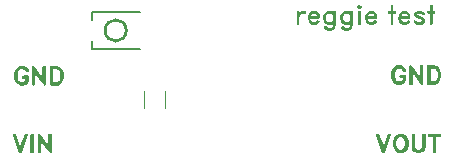
<source format=gbr>
%TF.GenerationSoftware,KiCad,Pcbnew,9.0.0-rc3*%
%TF.CreationDate,2025-03-08T22:35:06-05:00*%
%TF.ProjectId,reggie_jig,72656767-6965-45f6-9a69-672e6b696361,rev?*%
%TF.SameCoordinates,Original*%
%TF.FileFunction,Legend,Top*%
%TF.FilePolarity,Positive*%
%FSLAX46Y46*%
G04 Gerber Fmt 4.6, Leading zero omitted, Abs format (unit mm)*
G04 Created by KiCad (PCBNEW 9.0.0-rc3) date 2025-03-08 22:35:06*
%MOMM*%
%LPD*%
G01*
G04 APERTURE LIST*
%ADD10C,0.250000*%
%ADD11C,0.300000*%
%ADD12C,0.150000*%
%ADD13C,0.120000*%
G04 APERTURE END LIST*
D10*
G36*
X134615422Y-107140146D02*
G01*
X134632152Y-107114989D01*
X134660118Y-107095450D01*
X134760868Y-107089832D01*
X134791643Y-107095450D01*
X134816922Y-107115111D01*
X134833653Y-107140268D01*
X134839270Y-107269351D01*
X134942829Y-107169577D01*
X135088276Y-107095450D01*
X135124668Y-107089832D01*
X135370865Y-107095450D01*
X135396144Y-107115111D01*
X135412875Y-107140390D01*
X135418492Y-107168356D01*
X135412875Y-107272159D01*
X135396144Y-107297438D01*
X135370865Y-107314291D01*
X135141521Y-107319909D01*
X135023918Y-107378527D01*
X134898011Y-107506755D01*
X134839270Y-107621182D01*
X134839270Y-108181842D01*
X134833653Y-108212616D01*
X134816922Y-108237651D01*
X134791643Y-108254382D01*
X134760868Y-108260000D01*
X134660118Y-108254382D01*
X134632152Y-108237651D01*
X134615422Y-108212494D01*
X134609804Y-108181842D01*
X134609804Y-107168112D01*
X134615422Y-107140146D01*
G37*
G36*
X136243178Y-107096060D02*
G01*
X136388625Y-107168600D01*
X136497801Y-107277411D01*
X136567777Y-107419804D01*
X136576081Y-107456074D01*
X136576081Y-107673817D01*
X136570586Y-107701782D01*
X136553733Y-107726817D01*
X136528576Y-107746357D01*
X136497801Y-107751974D01*
X135787055Y-107751974D01*
X135842986Y-107922456D01*
X135893422Y-107973625D01*
X136010903Y-108033342D01*
X136190055Y-108033342D01*
X136296301Y-107980219D01*
X136355041Y-107859930D01*
X136399860Y-107820729D01*
X136458600Y-107823538D01*
X136553733Y-107910244D01*
X136570586Y-107938210D01*
X136576081Y-107966175D01*
X136570586Y-107996950D01*
X136553733Y-108022229D01*
X136408286Y-108166332D01*
X136243178Y-108252184D01*
X136209595Y-108260000D01*
X135991364Y-108260000D01*
X135957780Y-108251573D01*
X135812212Y-108178789D01*
X135647226Y-108019298D01*
X135627564Y-107988401D01*
X135554902Y-107770048D01*
X135554902Y-107576974D01*
X135572092Y-107525317D01*
X135809525Y-107525317D01*
X136349546Y-107525317D01*
X136349546Y-107476835D01*
X136296301Y-107368513D01*
X136190055Y-107314291D01*
X136010903Y-107314291D01*
X135893422Y-107374131D01*
X135842986Y-107425544D01*
X135809525Y-107525317D01*
X135572092Y-107525317D01*
X135627564Y-107358621D01*
X135647226Y-107327847D01*
X135789863Y-107182278D01*
X135957780Y-107095450D01*
X135991364Y-107087634D01*
X136209595Y-107087634D01*
X136243178Y-107096060D01*
G37*
G36*
X137543649Y-107095938D02*
G01*
X137689096Y-107167745D01*
X137722679Y-107192658D01*
X137728297Y-107138681D01*
X137745027Y-107114378D01*
X137770184Y-107095450D01*
X137870935Y-107089832D01*
X137901709Y-107095450D01*
X137926988Y-107114989D01*
X137943719Y-107140024D01*
X137949337Y-107167868D01*
X137949337Y-108252184D01*
X137873866Y-108494961D01*
X137854204Y-108525980D01*
X137711566Y-108672770D01*
X137543649Y-108760209D01*
X137510066Y-108768025D01*
X137291835Y-108768025D01*
X137258251Y-108759720D01*
X137093143Y-108673991D01*
X136947697Y-108530254D01*
X136930844Y-108504975D01*
X136925226Y-108477009D01*
X136930844Y-108446235D01*
X136947697Y-108421078D01*
X136972854Y-108404347D01*
X137146266Y-108398729D01*
X137177041Y-108404347D01*
X137202320Y-108421078D01*
X137266556Y-108485436D01*
X137384159Y-108541367D01*
X137490404Y-108541367D01*
X137608007Y-108483848D01*
X137658321Y-108429260D01*
X137722679Y-108236552D01*
X137722679Y-108154975D01*
X137689096Y-108180010D01*
X137543649Y-108252184D01*
X137510066Y-108260000D01*
X137291835Y-108260000D01*
X137258251Y-108251573D01*
X137093143Y-108164867D01*
X136947697Y-108019298D01*
X136928157Y-107988401D01*
X136855373Y-107770048D01*
X136852750Y-107613244D01*
X137081908Y-107613244D01*
X137081908Y-107734389D01*
X137143457Y-107923311D01*
X137193893Y-107974113D01*
X137311374Y-108033342D01*
X137490404Y-108033342D01*
X137722679Y-107917693D01*
X137722679Y-107429940D01*
X137490404Y-107314291D01*
X137311374Y-107314291D01*
X137193893Y-107373520D01*
X137143457Y-107424323D01*
X137081908Y-107613244D01*
X136852750Y-107613244D01*
X136852564Y-107602131D01*
X136928157Y-107358621D01*
X136947697Y-107327847D01*
X137112805Y-107168234D01*
X137258251Y-107095450D01*
X137291835Y-107087634D01*
X137510066Y-107087634D01*
X137543649Y-107095938D01*
G37*
G36*
X138989567Y-107095938D02*
G01*
X139135013Y-107167745D01*
X139168597Y-107192658D01*
X139174214Y-107138681D01*
X139190945Y-107114378D01*
X139216102Y-107095450D01*
X139316852Y-107089832D01*
X139347627Y-107095450D01*
X139372906Y-107114989D01*
X139389637Y-107140024D01*
X139395254Y-107167868D01*
X139395254Y-108252184D01*
X139319783Y-108494961D01*
X139300122Y-108525980D01*
X139157484Y-108672770D01*
X138989567Y-108760209D01*
X138955983Y-108768025D01*
X138737752Y-108768025D01*
X138704169Y-108759720D01*
X138539061Y-108673991D01*
X138393614Y-108530254D01*
X138376762Y-108504975D01*
X138371144Y-108477009D01*
X138376762Y-108446235D01*
X138393614Y-108421078D01*
X138418771Y-108404347D01*
X138592184Y-108398729D01*
X138622958Y-108404347D01*
X138648237Y-108421078D01*
X138712473Y-108485436D01*
X138830076Y-108541367D01*
X138936322Y-108541367D01*
X139053925Y-108483848D01*
X139104239Y-108429260D01*
X139168597Y-108236552D01*
X139168597Y-108154975D01*
X139135013Y-108180010D01*
X138989567Y-108252184D01*
X138955983Y-108260000D01*
X138737752Y-108260000D01*
X138704169Y-108251573D01*
X138539061Y-108164867D01*
X138393614Y-108019298D01*
X138374075Y-107988401D01*
X138301290Y-107770048D01*
X138298668Y-107613244D01*
X138527826Y-107613244D01*
X138527826Y-107734389D01*
X138589375Y-107923311D01*
X138639811Y-107974113D01*
X138757292Y-108033342D01*
X138936322Y-108033342D01*
X139168597Y-107917693D01*
X139168597Y-107429940D01*
X138936322Y-107314291D01*
X138757292Y-107314291D01*
X138639811Y-107373520D01*
X138589375Y-107424323D01*
X138527826Y-107613244D01*
X138298668Y-107613244D01*
X138298482Y-107602131D01*
X138374075Y-107358621D01*
X138393614Y-107327847D01*
X138558722Y-107168234D01*
X138704169Y-107095450D01*
X138737752Y-107087634D01*
X138955983Y-107087634D01*
X138989567Y-107095938D01*
G37*
G36*
X139867498Y-106585226D02*
G01*
X139971057Y-106579609D01*
X140001831Y-106585226D01*
X140099773Y-106674741D01*
X140116503Y-106699898D01*
X140122121Y-106803457D01*
X140116503Y-106834232D01*
X140099773Y-106859389D01*
X140001831Y-106948904D01*
X139898272Y-106954521D01*
X139867498Y-106948904D01*
X139769556Y-106859389D01*
X139752704Y-106834232D01*
X139747208Y-106730673D01*
X139752704Y-106699898D01*
X139769556Y-106674741D01*
X139867498Y-106585226D01*
G37*
G36*
X139825488Y-107137948D02*
G01*
X139842219Y-107112791D01*
X139867498Y-107093251D01*
X139970935Y-107087634D01*
X140001709Y-107093251D01*
X140026988Y-107112791D01*
X140043719Y-107137948D01*
X140049337Y-107166036D01*
X140049337Y-108181598D01*
X140043719Y-108212494D01*
X140026988Y-108237651D01*
X140001709Y-108254382D01*
X139970935Y-108260000D01*
X139867498Y-108254382D01*
X139842219Y-108237651D01*
X139825488Y-108212494D01*
X139819870Y-108181598D01*
X139819870Y-107166036D01*
X139825488Y-107137948D01*
G37*
G36*
X141094818Y-107096060D02*
G01*
X141240265Y-107168600D01*
X141349441Y-107277411D01*
X141419417Y-107419804D01*
X141427721Y-107456074D01*
X141427721Y-107673817D01*
X141422226Y-107701782D01*
X141405373Y-107726817D01*
X141380216Y-107746357D01*
X141349441Y-107751974D01*
X140638695Y-107751974D01*
X140694626Y-107922456D01*
X140745062Y-107973625D01*
X140862543Y-108033342D01*
X141041695Y-108033342D01*
X141147941Y-107980219D01*
X141206681Y-107859930D01*
X141251500Y-107820729D01*
X141310240Y-107823538D01*
X141405373Y-107910244D01*
X141422226Y-107938210D01*
X141427721Y-107966175D01*
X141422226Y-107996950D01*
X141405373Y-108022229D01*
X141259926Y-108166332D01*
X141094818Y-108252184D01*
X141061235Y-108260000D01*
X140843004Y-108260000D01*
X140809420Y-108251573D01*
X140663852Y-108178789D01*
X140498866Y-108019298D01*
X140479204Y-107988401D01*
X140406542Y-107770048D01*
X140406542Y-107576974D01*
X140423732Y-107525317D01*
X140661165Y-107525317D01*
X141201186Y-107525317D01*
X141201186Y-107476835D01*
X141147941Y-107368513D01*
X141041695Y-107314291D01*
X140862543Y-107314291D01*
X140745062Y-107374131D01*
X140694626Y-107425544D01*
X140661165Y-107525317D01*
X140423732Y-107525317D01*
X140479204Y-107358621D01*
X140498866Y-107327847D01*
X140641503Y-107182278D01*
X140809420Y-107095450D01*
X140843004Y-107087634D01*
X141061235Y-107087634D01*
X141094818Y-107096060D01*
G37*
G36*
X142360851Y-107140390D02*
G01*
X142377581Y-107115111D01*
X142405547Y-107095450D01*
X142573464Y-107089832D01*
X142573464Y-106658499D01*
X142579082Y-106627480D01*
X142595812Y-106602201D01*
X142621092Y-106585226D01*
X142651866Y-106579609D01*
X142724528Y-106579609D01*
X142755303Y-106587424D01*
X142780582Y-106604155D01*
X142797313Y-106629312D01*
X142802930Y-106660087D01*
X142802930Y-107087634D01*
X142942759Y-107087634D01*
X142970847Y-107095450D01*
X142996004Y-107115111D01*
X143012735Y-107140390D01*
X143021161Y-107168356D01*
X143021161Y-107241385D01*
X143012735Y-107272159D01*
X142996004Y-107297438D01*
X142970847Y-107314291D01*
X142802930Y-107319909D01*
X142802930Y-108181842D01*
X142797313Y-108212616D01*
X142780582Y-108237651D01*
X142755303Y-108254382D01*
X142651866Y-108260000D01*
X142621092Y-108254382D01*
X142595812Y-108237651D01*
X142579082Y-108212616D01*
X142573464Y-108181842D01*
X142573464Y-107319909D01*
X142433513Y-107319909D01*
X142405547Y-107314291D01*
X142377581Y-107297438D01*
X142360851Y-107272159D01*
X142355233Y-107241385D01*
X142355233Y-107168356D01*
X142360851Y-107140390D01*
G37*
G36*
X143918265Y-107096060D02*
G01*
X144063712Y-107168600D01*
X144172889Y-107277411D01*
X144242864Y-107419804D01*
X144251168Y-107456074D01*
X144251168Y-107673817D01*
X144245673Y-107701782D01*
X144228820Y-107726817D01*
X144203663Y-107746357D01*
X144172889Y-107751974D01*
X143462142Y-107751974D01*
X143518073Y-107922456D01*
X143568510Y-107973625D01*
X143685990Y-108033342D01*
X143865143Y-108033342D01*
X143971388Y-107980219D01*
X144030129Y-107859930D01*
X144074947Y-107820729D01*
X144133688Y-107823538D01*
X144228820Y-107910244D01*
X144245673Y-107938210D01*
X144251168Y-107966175D01*
X144245673Y-107996950D01*
X144228820Y-108022229D01*
X144083374Y-108166332D01*
X143918265Y-108252184D01*
X143884682Y-108260000D01*
X143666451Y-108260000D01*
X143632868Y-108251573D01*
X143487299Y-108178789D01*
X143322313Y-108019298D01*
X143302651Y-107988401D01*
X143229989Y-107770048D01*
X143229989Y-107576974D01*
X143247179Y-107525317D01*
X143484612Y-107525317D01*
X144024633Y-107525317D01*
X144024633Y-107476835D01*
X143971388Y-107368513D01*
X143865143Y-107314291D01*
X143685990Y-107314291D01*
X143568510Y-107374131D01*
X143518073Y-107425544D01*
X143484612Y-107525317D01*
X143247179Y-107525317D01*
X143302651Y-107358621D01*
X143322313Y-107327847D01*
X143464951Y-107182278D01*
X143632868Y-107095450D01*
X143666451Y-107087634D01*
X143884682Y-107087634D01*
X143918265Y-107096060D01*
G37*
G36*
X144535956Y-107938210D02*
G01*
X144572348Y-107896322D01*
X144600314Y-107887896D01*
X144678715Y-107887896D01*
X144731838Y-107910244D01*
X144779466Y-107988646D01*
X144910990Y-108033342D01*
X145101256Y-108033342D01*
X145232780Y-107988524D01*
X145255129Y-107949323D01*
X145255129Y-107912930D01*
X145224354Y-107856999D01*
X144796196Y-107677725D01*
X144625593Y-107588210D01*
X144535956Y-107422979D01*
X144527651Y-107386587D01*
X144535956Y-107353004D01*
X144628401Y-107182278D01*
X144871789Y-107095450D01*
X145115177Y-107089832D01*
X145355879Y-107169089D01*
X145383845Y-107183255D01*
X145473360Y-107355690D01*
X145481786Y-107383656D01*
X145478977Y-107414431D01*
X145464933Y-107439588D01*
X145434159Y-107461936D01*
X145403384Y-107467554D01*
X145302634Y-107461936D01*
X145260746Y-107425544D01*
X145232780Y-107366803D01*
X145101256Y-107322107D01*
X144910990Y-107322107D01*
X144779466Y-107366803D01*
X144768230Y-107389152D01*
X144787892Y-107428230D01*
X144857745Y-107461692D01*
X145215928Y-107606772D01*
X145386653Y-107696165D01*
X145473360Y-107860785D01*
X145481786Y-107966908D01*
X145473360Y-108003178D01*
X145383845Y-108170729D01*
X145140334Y-108260000D01*
X144871789Y-108260000D01*
X144628401Y-108170484D01*
X144535956Y-108002568D01*
X144530460Y-107968984D01*
X144535956Y-107938210D01*
G37*
G36*
X145694277Y-107140390D02*
G01*
X145711008Y-107115111D01*
X145738974Y-107095450D01*
X145906891Y-107089832D01*
X145906891Y-106658499D01*
X145912508Y-106627480D01*
X145929239Y-106602201D01*
X145954518Y-106585226D01*
X145985293Y-106579609D01*
X146057955Y-106579609D01*
X146088729Y-106587424D01*
X146114009Y-106604155D01*
X146130739Y-106629312D01*
X146136357Y-106660087D01*
X146136357Y-107087634D01*
X146276186Y-107087634D01*
X146304274Y-107095450D01*
X146329431Y-107115111D01*
X146346161Y-107140390D01*
X146354588Y-107168356D01*
X146354588Y-107241385D01*
X146346161Y-107272159D01*
X146329431Y-107297438D01*
X146304274Y-107314291D01*
X146136357Y-107319909D01*
X146136357Y-108181842D01*
X146130739Y-108212616D01*
X146114009Y-108237651D01*
X146088729Y-108254382D01*
X145985293Y-108260000D01*
X145954518Y-108254382D01*
X145929239Y-108237651D01*
X145912508Y-108212616D01*
X145906891Y-108181842D01*
X145906891Y-107319909D01*
X145766939Y-107319909D01*
X145738974Y-107314291D01*
X145711008Y-107297438D01*
X145694277Y-107272159D01*
X145688660Y-107241385D01*
X145688660Y-107168356D01*
X145694277Y-107140390D01*
G37*
D11*
G36*
X141327965Y-117552393D02*
G01*
X141353122Y-117513192D01*
X141392323Y-117488035D01*
X141504309Y-117479609D01*
X141549005Y-117488035D01*
X141588206Y-117516001D01*
X141613363Y-117555202D01*
X141985467Y-118510191D01*
X142357693Y-117554713D01*
X142382850Y-117515390D01*
X142422051Y-117487424D01*
X142536723Y-117478998D01*
X142581542Y-117487424D01*
X142615125Y-117509895D01*
X142643091Y-117549096D01*
X142654204Y-117593914D01*
X142645900Y-117638733D01*
X142094644Y-119084406D01*
X142072295Y-119123607D01*
X142033094Y-119148764D01*
X141988276Y-119160000D01*
X141943579Y-119151573D01*
X141904378Y-119129225D01*
X141879221Y-119090024D01*
X141325157Y-117639221D01*
X141319539Y-117594403D01*
X141327965Y-117552393D01*
G37*
G36*
X143623237Y-117490844D02*
G01*
X143760380Y-117560942D01*
X143928175Y-117720921D01*
X143950645Y-117751817D01*
X144026116Y-117906179D01*
X144093283Y-118110976D01*
X144101709Y-118492728D01*
X144020621Y-118753702D01*
X143928297Y-118922107D01*
X143791154Y-119059616D01*
X143623237Y-119152184D01*
X143570115Y-119160000D01*
X143295952Y-119160000D01*
X143242829Y-119148764D01*
X143074912Y-119056318D01*
X142915422Y-118888279D01*
X142839829Y-118734162D01*
X142772662Y-118529609D01*
X142764613Y-118165687D01*
X143069295Y-118165687D01*
X143069295Y-118473921D01*
X143128035Y-118647700D01*
X143234403Y-118807557D01*
X143382658Y-118855184D01*
X143483408Y-118855184D01*
X143631664Y-118807557D01*
X143738032Y-118647700D01*
X143796772Y-118473921D01*
X143796772Y-118165687D01*
X143738032Y-117991908D01*
X143631664Y-117832051D01*
X143483408Y-117784424D01*
X143382658Y-117784424D01*
X143234403Y-117832051D01*
X143128035Y-117991908D01*
X143069295Y-118165687D01*
X142764613Y-118165687D01*
X142764235Y-118148590D01*
X142839829Y-117904836D01*
X142937770Y-117719944D01*
X143105565Y-117560209D01*
X143251133Y-117487424D01*
X143287526Y-117479609D01*
X143570115Y-117479609D01*
X143623237Y-117490844D01*
G37*
G36*
X144356943Y-117552271D02*
G01*
X144382100Y-117513192D01*
X144421301Y-117488035D01*
X144466120Y-117479609D01*
X144580792Y-117488035D01*
X144617184Y-117513192D01*
X144642341Y-117552393D01*
X144653454Y-117597334D01*
X144653454Y-118611430D01*
X144706577Y-118773974D01*
X144734665Y-118801939D01*
X144896964Y-118855184D01*
X144997592Y-118855184D01*
X145159891Y-118801939D01*
X145187979Y-118773852D01*
X145241102Y-118611308D01*
X145241102Y-117596723D01*
X145252337Y-117551905D01*
X145277494Y-117512704D01*
X145313886Y-117487424D01*
X145428558Y-117478998D01*
X145473377Y-117487424D01*
X145512578Y-117512581D01*
X145537735Y-117551782D01*
X145546039Y-117596601D01*
X145546039Y-118629016D01*
X145470446Y-118872404D01*
X145442480Y-118917100D01*
X145305460Y-119054242D01*
X145260642Y-119082208D01*
X145053646Y-119152184D01*
X144877302Y-119157801D01*
X144633914Y-119082208D01*
X144589096Y-119054242D01*
X144452076Y-118917222D01*
X144424110Y-118872526D01*
X144348517Y-118629138D01*
X144348517Y-117597090D01*
X144356943Y-117552271D01*
G37*
G36*
X145730198Y-117551905D02*
G01*
X145755355Y-117512581D01*
X145791748Y-117487424D01*
X145839375Y-117479609D01*
X146731960Y-117479609D01*
X146776657Y-117488035D01*
X146815858Y-117513192D01*
X146841015Y-117552271D01*
X146849441Y-117666943D01*
X146841015Y-117711762D01*
X146815858Y-117748032D01*
X146776657Y-117773189D01*
X146731960Y-117784424D01*
X146438136Y-117784424D01*
X146438136Y-119042274D01*
X146426901Y-119087215D01*
X146401744Y-119126416D01*
X146365352Y-119151573D01*
X146250680Y-119160000D01*
X146205861Y-119151573D01*
X146166660Y-119126416D01*
X146141503Y-119087215D01*
X146133077Y-119042274D01*
X146133077Y-117784424D01*
X145839375Y-117784424D01*
X145791748Y-117773189D01*
X145755355Y-117748032D01*
X145730198Y-117711517D01*
X145721772Y-117596723D01*
X145730198Y-117551905D01*
G37*
G36*
X143336217Y-112581475D02*
G01*
X143361374Y-112541908D01*
X143400575Y-112516507D01*
X143445394Y-112508080D01*
X143789532Y-112508080D01*
X143834351Y-112516507D01*
X143870621Y-112541786D01*
X143895900Y-112580987D01*
X143907013Y-112625806D01*
X143907013Y-112900701D01*
X143893091Y-112953946D01*
X143803576Y-113122229D01*
X143635659Y-113282086D01*
X143495708Y-113352184D01*
X143445394Y-113360000D01*
X143168422Y-113360000D01*
X143117986Y-113348886D01*
X142950069Y-113256685D01*
X142810240Y-113119787D01*
X142720725Y-112952236D01*
X142639515Y-112692362D01*
X142639515Y-112351643D01*
X142715108Y-112108621D01*
X142810240Y-111924340D01*
X142980844Y-111765094D01*
X143117986Y-111695240D01*
X143168422Y-111679609D01*
X143445394Y-111679609D01*
X143495708Y-111690844D01*
X143635659Y-111760697D01*
X143803576Y-111920066D01*
X143893091Y-112087983D01*
X143904204Y-112132801D01*
X143895900Y-112185924D01*
X143870621Y-112225125D01*
X143839846Y-112244665D01*
X143797958Y-112258709D01*
X143719556Y-112258709D01*
X143677669Y-112250282D01*
X143641277Y-112227934D01*
X143613311Y-112194351D01*
X143554448Y-112073939D01*
X143512561Y-112032051D01*
X143417428Y-111984424D01*
X143196388Y-111984424D01*
X143101256Y-112032051D01*
X143059246Y-112074061D01*
X143003314Y-112186290D01*
X142944574Y-112365687D01*
X142944574Y-112673921D01*
X143003314Y-112853318D01*
X143059246Y-112965547D01*
X143101256Y-113007557D01*
X143196388Y-113055184D01*
X143417428Y-113055184D01*
X143512561Y-113008412D01*
X143554448Y-112967135D01*
X143602076Y-112873468D01*
X143602076Y-112812896D01*
X143445394Y-112812896D01*
X143400575Y-112804469D01*
X143361374Y-112779068D01*
X143336217Y-112742309D01*
X143327913Y-112626660D01*
X143336217Y-112581475D01*
G37*
G36*
X144152599Y-111801974D02*
G01*
X144169330Y-111740547D01*
X144200226Y-111706964D01*
X144242114Y-111687424D01*
X144314898Y-111693042D01*
X144354099Y-111718199D01*
X145045184Y-112674776D01*
X145045184Y-111797090D01*
X145056420Y-111752149D01*
X145081577Y-111712704D01*
X145117969Y-111687424D01*
X145162787Y-111678998D01*
X145277459Y-111687424D01*
X145316660Y-111712704D01*
X145341817Y-111752027D01*
X145350122Y-111796845D01*
X145350122Y-113244961D01*
X145333391Y-113306632D01*
X145302494Y-113340338D01*
X145260607Y-113360000D01*
X145212979Y-113360000D01*
X145148621Y-113329225D01*
X144457536Y-112372648D01*
X144457536Y-113243374D01*
X144446423Y-113287948D01*
X144421266Y-113327027D01*
X144384874Y-113352184D01*
X144270202Y-113360610D01*
X144225383Y-113352184D01*
X144186182Y-113327027D01*
X144161025Y-113287948D01*
X144152599Y-113243251D01*
X144152599Y-111801974D01*
G37*
G36*
X146505146Y-111755202D02*
G01*
X146549965Y-111783290D01*
X146709455Y-111951329D01*
X146784926Y-112105324D01*
X146852093Y-112309755D01*
X146860519Y-112690652D01*
X146784926Y-112934284D01*
X146709455Y-113088279D01*
X146549965Y-113256318D01*
X146505146Y-113284406D01*
X146261758Y-113360000D01*
X145780478Y-113360000D01*
X145732972Y-113352184D01*
X145696580Y-113326905D01*
X145671423Y-113287704D01*
X145662997Y-113242885D01*
X145662997Y-113055184D01*
X145965247Y-113055184D01*
X146242219Y-113055184D01*
X146404518Y-113001939D01*
X146438101Y-112965547D01*
X146496842Y-112853318D01*
X146555582Y-112673921D01*
X146555582Y-112365687D01*
X146496842Y-112186290D01*
X146438101Y-112074061D01*
X146404518Y-112037669D01*
X146242219Y-111984424D01*
X145965247Y-111984424D01*
X145965247Y-113055184D01*
X145662997Y-113055184D01*
X145662997Y-111796723D01*
X145671423Y-111751905D01*
X145696580Y-111712704D01*
X145732972Y-111687424D01*
X145780600Y-111679609D01*
X146261758Y-111679609D01*
X146505146Y-111755202D01*
G37*
G36*
X110577965Y-117552393D02*
G01*
X110603122Y-117513192D01*
X110642323Y-117488035D01*
X110754309Y-117479609D01*
X110799005Y-117488035D01*
X110838206Y-117516001D01*
X110863363Y-117555202D01*
X111235467Y-118510191D01*
X111607693Y-117554713D01*
X111632850Y-117515390D01*
X111672051Y-117487424D01*
X111786723Y-117478998D01*
X111831542Y-117487424D01*
X111865125Y-117509895D01*
X111893091Y-117549096D01*
X111904204Y-117593914D01*
X111895900Y-117638733D01*
X111344644Y-119084406D01*
X111322295Y-119123607D01*
X111283094Y-119148764D01*
X111238276Y-119160000D01*
X111193579Y-119151573D01*
X111154378Y-119129225D01*
X111129221Y-119090024D01*
X110575157Y-117639221D01*
X110569539Y-117594403D01*
X110577965Y-117552393D01*
G37*
G36*
X112092637Y-117552393D02*
G01*
X112109368Y-117527236D01*
X112156995Y-117488035D01*
X112271667Y-117479609D01*
X112316364Y-117488035D01*
X112352756Y-117513192D01*
X112377913Y-117552393D01*
X112389148Y-117597212D01*
X112389148Y-119042397D01*
X112377913Y-119087215D01*
X112352756Y-119126416D01*
X112316364Y-119151573D01*
X112271667Y-119160000D01*
X112156995Y-119151573D01*
X112117794Y-119126416D01*
X112092637Y-119087215D01*
X112084211Y-119042397D01*
X112084211Y-117597212D01*
X112092637Y-117552393D01*
G37*
G36*
X112705565Y-117601974D02*
G01*
X112722295Y-117540547D01*
X112753192Y-117506964D01*
X112795080Y-117487424D01*
X112867864Y-117493042D01*
X112907065Y-117518199D01*
X113598150Y-118474776D01*
X113598150Y-117597090D01*
X113609385Y-117552149D01*
X113634542Y-117512704D01*
X113670935Y-117487424D01*
X113715753Y-117478998D01*
X113830425Y-117487424D01*
X113869626Y-117512704D01*
X113894783Y-117552027D01*
X113903087Y-117596845D01*
X113903087Y-119044961D01*
X113886357Y-119106632D01*
X113855460Y-119140338D01*
X113813572Y-119160000D01*
X113765945Y-119160000D01*
X113701587Y-119129225D01*
X113010502Y-118172648D01*
X113010502Y-119043374D01*
X112999389Y-119087948D01*
X112974232Y-119127027D01*
X112937840Y-119152184D01*
X112823168Y-119160610D01*
X112778349Y-119152184D01*
X112739148Y-119127027D01*
X112713991Y-119087948D01*
X112705565Y-119043251D01*
X112705565Y-117601974D01*
G37*
G36*
X111386217Y-112631475D02*
G01*
X111411374Y-112591908D01*
X111450575Y-112566507D01*
X111495394Y-112558080D01*
X111839532Y-112558080D01*
X111884351Y-112566507D01*
X111920621Y-112591786D01*
X111945900Y-112630987D01*
X111957013Y-112675806D01*
X111957013Y-112950701D01*
X111943091Y-113003946D01*
X111853576Y-113172229D01*
X111685659Y-113332086D01*
X111545708Y-113402184D01*
X111495394Y-113410000D01*
X111218422Y-113410000D01*
X111167986Y-113398886D01*
X111000069Y-113306685D01*
X110860240Y-113169787D01*
X110770725Y-113002236D01*
X110689515Y-112742362D01*
X110689515Y-112401643D01*
X110765108Y-112158621D01*
X110860240Y-111974340D01*
X111030844Y-111815094D01*
X111167986Y-111745240D01*
X111218422Y-111729609D01*
X111495394Y-111729609D01*
X111545708Y-111740844D01*
X111685659Y-111810697D01*
X111853576Y-111970066D01*
X111943091Y-112137983D01*
X111954204Y-112182801D01*
X111945900Y-112235924D01*
X111920621Y-112275125D01*
X111889846Y-112294665D01*
X111847958Y-112308709D01*
X111769556Y-112308709D01*
X111727669Y-112300282D01*
X111691277Y-112277934D01*
X111663311Y-112244351D01*
X111604448Y-112123939D01*
X111562561Y-112082051D01*
X111467428Y-112034424D01*
X111246388Y-112034424D01*
X111151256Y-112082051D01*
X111109246Y-112124061D01*
X111053314Y-112236290D01*
X110994574Y-112415687D01*
X110994574Y-112723921D01*
X111053314Y-112903318D01*
X111109246Y-113015547D01*
X111151256Y-113057557D01*
X111246388Y-113105184D01*
X111467428Y-113105184D01*
X111562561Y-113058412D01*
X111604448Y-113017135D01*
X111652076Y-112923468D01*
X111652076Y-112862896D01*
X111495394Y-112862896D01*
X111450575Y-112854469D01*
X111411374Y-112829068D01*
X111386217Y-112792309D01*
X111377913Y-112676660D01*
X111386217Y-112631475D01*
G37*
G36*
X112202599Y-111851974D02*
G01*
X112219330Y-111790547D01*
X112250226Y-111756964D01*
X112292114Y-111737424D01*
X112364898Y-111743042D01*
X112404099Y-111768199D01*
X113095184Y-112724776D01*
X113095184Y-111847090D01*
X113106420Y-111802149D01*
X113131577Y-111762704D01*
X113167969Y-111737424D01*
X113212787Y-111728998D01*
X113327459Y-111737424D01*
X113366660Y-111762704D01*
X113391817Y-111802027D01*
X113400122Y-111846845D01*
X113400122Y-113294961D01*
X113383391Y-113356632D01*
X113352494Y-113390338D01*
X113310607Y-113410000D01*
X113262979Y-113410000D01*
X113198621Y-113379225D01*
X112507536Y-112422648D01*
X112507536Y-113293374D01*
X112496423Y-113337948D01*
X112471266Y-113377027D01*
X112434874Y-113402184D01*
X112320202Y-113410610D01*
X112275383Y-113402184D01*
X112236182Y-113377027D01*
X112211025Y-113337948D01*
X112202599Y-113293251D01*
X112202599Y-111851974D01*
G37*
G36*
X114555146Y-111805202D02*
G01*
X114599965Y-111833290D01*
X114759455Y-112001329D01*
X114834926Y-112155324D01*
X114902093Y-112359755D01*
X114910519Y-112740652D01*
X114834926Y-112984284D01*
X114759455Y-113138279D01*
X114599965Y-113306318D01*
X114555146Y-113334406D01*
X114311758Y-113410000D01*
X113830478Y-113410000D01*
X113782972Y-113402184D01*
X113746580Y-113376905D01*
X113721423Y-113337704D01*
X113712997Y-113292885D01*
X113712997Y-113105184D01*
X114015247Y-113105184D01*
X114292219Y-113105184D01*
X114454518Y-113051939D01*
X114488101Y-113015547D01*
X114546842Y-112903318D01*
X114605582Y-112723921D01*
X114605582Y-112415687D01*
X114546842Y-112236290D01*
X114488101Y-112124061D01*
X114454518Y-112087669D01*
X114292219Y-112034424D01*
X114015247Y-112034424D01*
X114015247Y-113105184D01*
X113712997Y-113105184D01*
X113712997Y-111846723D01*
X113721423Y-111801905D01*
X113746580Y-111762704D01*
X113782972Y-111737424D01*
X113830600Y-111729609D01*
X114311758Y-111729609D01*
X114555146Y-111805202D01*
G37*
D12*
%TO.C,REF\u002A\u002A*%
X121330000Y-110290000D02*
X117270000Y-110290000D01*
X117270000Y-110290000D02*
X117270000Y-109630000D01*
X121330000Y-107210000D02*
X117270000Y-107210000D01*
X117270000Y-107210000D02*
X117270000Y-107870000D01*
D10*
X120200000Y-108750000D02*
G75*
G02*
X118400000Y-108750000I-900000J0D01*
G01*
X118400000Y-108750000D02*
G75*
G02*
X120200000Y-108750000I900000J0D01*
G01*
D13*
X123510000Y-113872936D02*
X123510000Y-115327064D01*
X121690000Y-113872936D02*
X121690000Y-115327064D01*
%TD*%
M02*

</source>
